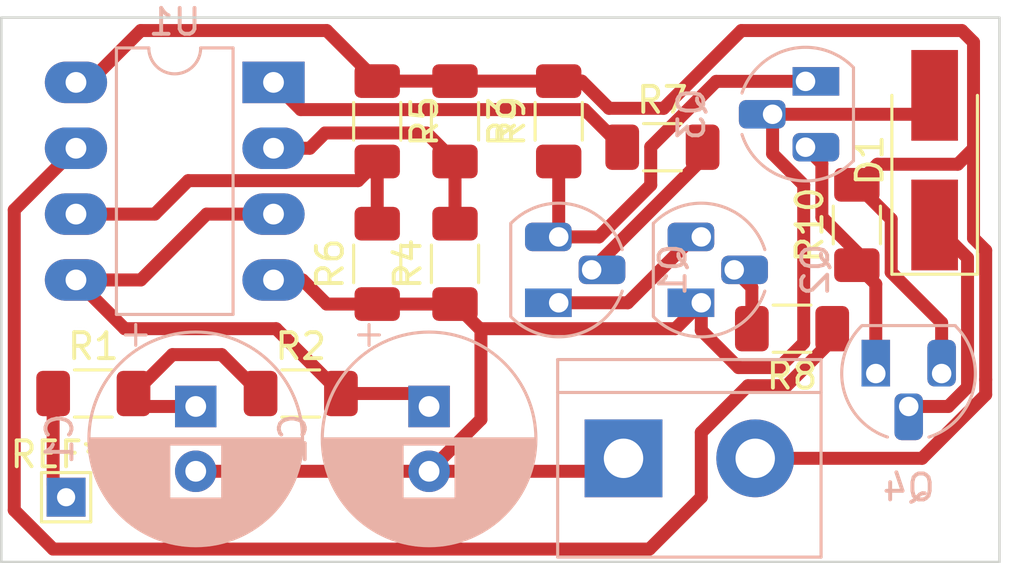
<source format=kicad_pcb>
(kicad_pcb (version 20211014) (generator pcbnew)
  (layers (0 "F.Cu" signal) (31 "B.Cu" signal) (34 "B.Paste" user) (35 "F.Paste" user) (36 "B.SilkS" user "B.Silkscreen") (37 "F.SilkS" user "F.Silkscreen") (38 "B.Mask" user) (39 "F.Mask" user) (44 "Edge.Cuts" user))
  (net 0 "")
  (net 1 "Net-(C1-Pad1)")
  (net 2 "RELAY_COIL2")
  (net 3 "SIG")
  (net 4 "RELAY_COIL1")
  (net 5 "Net-(Q1-Pad1)")
  (net 6 "Net-(Q1-Pad2)")
  (net 7 "Net-(Q1-Pad3)")
  (net 8 "Net-(Q2-Pad2)")
  (net 9 "VOUT")
  (net 10 "Vcc")
  (net 11 "Vin")
  (net 12 "Net-(R3-Pad2)")
  (net 13 "Net-(R5-Pad2)")
  (net 14 "COMP1")
  (net 15 "COMP2")
  (footprint "Resistor_SMD:R_1206_3216Metric_Pad1.30x1.75mm_HandSolder" (layer "F.Cu") (at 130.5 79.5 90)
    (fp_text reference "R6" (at 0 -1.82 90) (layer "F.SilkS"))
    (fp_text value "8.2k")
    (fp_line (start -0.727064 0.91) (end 0.727064 0.91) (layer "F.SilkS") (width 0.12))
    (fp_line (start -0.727064 -0.91) (end 0.727064 -0.91) (layer "F.SilkS") (width 0.12))
    (pad "1" smd roundrect (at -1.55 0 90) (size 1.3 1.75) (layers "F.Cu" "F.Paste" "F.Mask") (roundrect_rratio 0.1923076923) (net 2 "RELAY_COIL2"))
    (pad "2" smd roundrect (at 1.55 0 90) (size 1.3 1.75) (layers "F.Cu" "F.Paste" "F.Mask") (roundrect_rratio 0.1923076923) (net 13 "Net-(R5-Pad2)"))
  )
  (footprint "TestPoint:TestPoint_THTPad_1.5x1.5mm_Drill0.7mm" (layer "F.Cu") (at 118.5 88.5)
    (fp_text reference "REF**" (at 0 -1.648) (layer "F.SilkS"))
    (fp_text value "TestPoint_THTPad_1.5x1.5mm_Drill0.7mm" hide)
    (fp_line (start -0.95 0.95) (end -0.95 -0.95) (layer "F.SilkS") (width 0.12))
    (fp_line (start 0.95 0.95) (end -0.95 0.95) (layer "F.SilkS") (width 0.12))
    (fp_line (start -0.95 -0.95) (end 0.95 -0.95) (layer "F.SilkS") (width 0.12))
    (fp_line (start 0.95 -0.95) (end 0.95 0.95) (layer "F.SilkS") (width 0.12))
    (pad "1" thru_hole rect (at 0 0) (size 1.5 1.5) (drill 0.7) (layers *.Cu *.Mask) (net 11 "Vin"))
  )
  (footprint "Resistor_SMD:R_1206_3216Metric_Pad1.30x1.75mm_HandSolder" (layer "F.Cu") (at 127.55 84.5)
    (fp_text reference "R2" (at 0 -1.82) (layer "F.SilkS"))
    (fp_text value "100")
    (fp_line (start -0.727064 0.91) (end 0.727064 0.91) (layer "F.SilkS") (width 0.12))
    (fp_line (start -0.727064 -0.91) (end 0.727064 -0.91) (layer "F.SilkS") (width 0.12))
    (pad "1" smd roundrect (at -1.55 0) (size 1.3 1.75) (layers "F.Cu" "F.Paste" "F.Mask") (roundrect_rratio 0.1923076923) (net 1 "Net-(C1-Pad1)"))
    (pad "2" smd roundrect (at 1.55 0) (size 1.3 1.75) (layers "F.Cu" "F.Paste" "F.Mask") (roundrect_rratio 0.1923076923) (net 3 "SIG"))
  )
  (footprint "Resistor_SMD:R_1206_3216Metric_Pad1.30x1.75mm_HandSolder" (layer "F.Cu") (at 119.55 84.5)
    (fp_text reference "R1" (at 0 -1.82) (layer "F.SilkS"))
    (fp_text value "100")
    (fp_line (start -0.727064 0.91) (end 0.727064 0.91) (layer "F.SilkS") (width 0.12))
    (fp_line (start -0.727064 -0.91) (end 0.727064 -0.91) (layer "F.SilkS") (width 0.12))
    (pad "1" smd roundrect (at -1.55 0) (size 1.3 1.75) (layers "F.Cu" "F.Paste" "F.Mask") (roundrect_rratio 0.1923076923) (net 11 "Vin"))
    (pad "2" smd roundrect (at 1.55 0) (size 1.3 1.75) (layers "F.Cu" "F.Paste" "F.Mask") (roundrect_rratio 0.1923076923) (net 1 "Net-(C1-Pad1)"))
  )
  (footprint "Diode_SMD:D_SMA_Handsoldering" (layer "F.Cu") (at 152 75.5 90)
    (fp_text reference "D1" (at 0 -2.5 90) (layer "F.SilkS"))
    (fp_text value "1N914")
    (fp_line (start -4.4 -1.65) (end 2.5 -1.65) (layer "F.SilkS") (width 0.12))
    (fp_line (start -4.4 1.65) (end 2.5 1.65) (layer "F.SilkS") (width 0.12))
    (fp_line (start -4.4 -1.65) (end -4.4 1.65) (layer "F.SilkS") (width 0.12))
    (pad "1" smd rect (at -2.5 0 90) (size 3.5 1.8) (layers "F.Cu" "F.Paste" "F.Mask") (net 4 "RELAY_COIL1"))
    (pad "2" smd rect (at 2.5 0 90) (size 3.5 1.8) (layers "F.Cu" "F.Paste" "F.Mask") (net 2 "RELAY_COIL2"))
  )
  (footprint "Resistor_SMD:R_1206_3216Metric_Pad1.30x1.75mm_HandSolder" (layer "F.Cu") (at 133.5 79.5 90)
    (fp_text reference "R4" (at 0 -1.82 90) (layer "F.SilkS"))
    (fp_text value "6.8k")
    (fp_line (start -0.727064 0.91) (end 0.727064 0.91) (layer "F.SilkS") (width 0.12))
    (fp_line (start -0.727064 -0.91) (end 0.727064 -0.91) (layer "F.SilkS") (width 0.12))
    (pad "1" smd roundrect (at -1.55 0 90) (size 1.3 1.75) (layers "F.Cu" "F.Paste" "F.Mask") (roundrect_rratio 0.1923076923) (net 2 "RELAY_COIL2"))
    (pad "2" smd roundrect (at 1.55 0 90) (size 1.3 1.75) (layers "F.Cu" "F.Paste" "F.Mask") (roundrect_rratio 0.1923076923) (net 12 "Net-(R3-Pad2)"))
  )
  (footprint "Resistor_SMD:R_1206_3216Metric_Pad1.30x1.75mm_HandSolder" (layer "F.Cu") (at 141.5 75)
    (fp_text reference "R7" (at 0 -1.82) (layer "F.SilkS"))
    (fp_text value "10k")
    (fp_line (start -0.727064 -0.91) (end 0.727064 -0.91) (layer "F.SilkS") (width 0.12))
    (fp_line (start -0.727064 0.91) (end 0.727064 0.91) (layer "F.SilkS") (width 0.12))
    (pad "1" smd roundrect (at -1.55 0) (size 1.3 1.75) (layers "F.Cu" "F.Paste" "F.Mask") (roundrect_rratio 0.1923076923) (net 14 "COMP1"))
    (pad "2" smd roundrect (at 1.55 0) (size 1.3 1.75) (layers "F.Cu" "F.Paste" "F.Mask") (roundrect_rratio 0.1923076923) (net 6 "Net-(Q1-Pad2)"))
  )
  (footprint "Resistor_SMD:R_1206_3216Metric_Pad1.30x1.75mm_HandSolder" (layer "F.Cu") (at 133.5 74 -90)
    (fp_text reference "R3" (at 0 -1.82 90) (layer "F.SilkS"))
    (fp_text value "10k")
    (fp_line (start -0.727064 0.91) (end 0.727064 0.91) (layer "F.SilkS") (width 0.12))
    (fp_line (start -0.727064 -0.91) (end 0.727064 -0.91) (layer "F.SilkS") (width 0.12))
    (pad "1" smd roundrect (at -1.55 0 270) (size 1.3 1.75) (layers "F.Cu" "F.Paste" "F.Mask") (roundrect_rratio 0.1923076923) (net 10 "Vcc"))
    (pad "2" smd roundrect (at 1.55 0 270) (size 1.3 1.75) (layers "F.Cu" "F.Paste" "F.Mask") (roundrect_rratio 0.1923076923) (net 12 "Net-(R3-Pad2)"))
  )
  (footprint "Resistor_SMD:R_1206_3216Metric_Pad1.30x1.75mm_HandSolder" (layer "F.Cu") (at 137.5 74 90)
    (fp_text reference "R9" (at 0 -1.82 90) (layer "F.SilkS"))
    (fp_text value "10k")
    (fp_line (start -0.727064 -0.91) (end 0.727064 -0.91) (layer "F.SilkS") (width 0.12))
    (fp_line (start -0.727064 0.91) (end 0.727064 0.91) (layer "F.SilkS") (width 0.12))
    (pad "1" smd roundrect (at -1.55 0 90) (size 1.3 1.75) (layers "F.Cu" "F.Paste" "F.Mask") (roundrect_rratio 0.1923076923) (net 7 "Net-(Q1-Pad3)"))
    (pad "2" smd roundrect (at 1.55 0 90) (size 1.3 1.75) (layers "F.Cu" "F.Paste" "F.Mask") (roundrect_rratio 0.1923076923) (net 10 "Vcc"))
  )
  (footprint "Resistor_SMD:R_1206_3216Metric_Pad1.30x1.75mm_HandSolder" (layer "F.Cu") (at 149 78 90)
    (fp_text reference "R10" (at 0 -1.82 90) (layer "F.SilkS"))
    (fp_text value "10k")
    (fp_line (start -0.727064 -0.91) (end 0.727064 -0.91) (layer "F.SilkS") (width 0.12))
    (fp_line (start -0.727064 0.91) (end 0.727064 0.91) (layer "F.SilkS") (width 0.12))
    (pad "1" smd roundrect (at -1.55 0 90) (size 1.3 1.75) (layers "F.Cu" "F.Paste" "F.Mask") (roundrect_rratio 0.1923076923) (net 9 "VOUT"))
    (pad "2" smd roundrect (at 1.55 0 90) (size 1.3 1.75) (layers "F.Cu" "F.Paste" "F.Mask") (roundrect_rratio 0.1923076923) (net 10 "Vcc"))
  )
  (footprint "Resistor_SMD:R_1206_3216Metric_Pad1.30x1.75mm_HandSolder" (layer "F.Cu") (at 146.5 82 180)
    (fp_text reference "R8" (at 0 -1.82) (layer "F.SilkS"))
    (fp_text value "10k")
    (fp_line (start -0.727064 0.91) (end 0.727064 0.91) (layer "F.SilkS") (width 0.12))
    (fp_line (start -0.727064 -0.91) (end 0.727064 -0.91) (layer "F.SilkS") (width 0.12))
    (pad "1" smd roundrect (at -1.55 0 180) (size 1.3 1.75) (layers "F.Cu" "F.Paste" "F.Mask") (roundrect_rratio 0.1923076923) (net 15 "COMP2"))
    (pad "2" smd roundrect (at 1.55 0 180) (size 1.3 1.75) (layers "F.Cu" "F.Paste" "F.Mask") (roundrect_rratio 0.1923076923) (net 8 "Net-(Q2-Pad2)"))
  )
  (footprint "Resistor_SMD:R_1206_3216Metric_Pad1.30x1.75mm_HandSolder" (layer "F.Cu") (at 130.5 74 -90)
    (fp_text reference "R5" (at 0 -1.82 90) (layer "F.SilkS"))
    (fp_text value "4.7k")
    (fp_line (start -0.727064 0.91) (end 0.727064 0.91) (layer "F.SilkS") (width 0.12))
    (fp_line (start -0.727064 -0.91) (end 0.727064 -0.91) (layer "F.SilkS") (width 0.12))
    (pad "1" smd roundrect (at -1.55 0 270) (size 1.3 1.75) (layers "F.Cu" "F.Paste" "F.Mask") (roundrect_rratio 0.1923076923) (net 10 "Vcc"))
    (pad "2" smd roundrect (at 1.55 0 270) (size 1.3 1.75) (layers "F.Cu" "F.Paste" "F.Mask") (roundrect_rratio 0.1923076923) (net 13 "Net-(R5-Pad2)"))
  )
  (footprint "Package_DIP:DIP-8_W7.62mm_LongPads" (layer "B.Cu") (at 126.5 72.5 180)
    (fp_text reference "U1" (at 3.81 2.33) (layer "B.SilkS") (effects (justify mirror)))
    (fp_text value "LM358")
    (fp_line (start 2.81 1.33) (end 1.56 1.33) (layer "B.SilkS") (width 0.12))
    (fp_line (start 1.56 -8.95) (end 6.06 -8.95) (layer "B.SilkS") (width 0.12))
    (fp_line (start 1.56 1.33) (end 1.56 -8.95) (layer "B.SilkS") (width 0.12))
    (fp_line (start 6.06 -8.95) (end 6.06 1.33) (layer "B.SilkS") (width 0.12))
    (fp_line (start 6.06 1.33) (end 4.81 1.33) (layer "B.SilkS") (width 0.12))
    (fp_arc (start 2.81 1.33) (mid 3.81 0.33) (end 4.81 1.33) (layer "B.SilkS") (width 0.12))
    (pad "1" thru_hole rect (at 0 0 180) (size 2.4 1.6) (drill 0.8) (layers *.Cu *.Mask) (net 14 "COMP1"))
    (pad "2" thru_hole oval (at 0 -2.54 180) (size 2.4 1.6) (drill 0.8) (layers *.Cu *.Mask) (net 12 "Net-(R3-Pad2)"))
    (pad "3" thru_hole oval (at 0 -5.08 180) (size 2.4 1.6) (drill 0.8) (layers *.Cu *.Mask) (net 3 "SIG"))
    (pad "4" thru_hole oval (at 0 -7.62 180) (size 2.4 1.6) (drill 0.8) (layers *.Cu *.Mask) (net 2 "RELAY_COIL2"))
    (pad "5" thru_hole oval (at 7.62 -7.62 180) (size 2.4 1.6) (drill 0.8) (layers *.Cu *.Mask) (net 3 "SIG"))
    (pad "6" thru_hole oval (at 7.62 -5.08 180) (size 2.4 1.6) (drill 0.8) (layers *.Cu *.Mask) (net 13 "Net-(R5-Pad2)"))
    (pad "7" thru_hole oval (at 7.62 -2.54 180) (size 2.4 1.6) (drill 0.8) (layers *.Cu *.Mask) (net 15 "COMP2"))
    (pad "8" thru_hole oval (at 7.62 0 180) (size 2.4 1.6) (drill 0.8) (layers *.Cu *.Mask) (net 10 "Vcc"))
  )
  (footprint "Package_TO_SOT_THT:TO-92_HandSolder" (layer "B.Cu") (at 137.5 81 90)
    (fp_text reference "Q1" (at 1.27 4.4 90) (layer "B.SilkS") (effects (justify mirror)))
    (fp_text value "2N3904")
    (fp_line (start -0.53 -1.85) (end 3.07 -1.85) (layer "B.SilkS") (width 0.12))
    (fp_arc (start 3.078445 -1.827684) (mid 3.769931 0.601036) (end 2.05 2.45) (layer "B.SilkS") (width 0.12))
    (fp_arc (start 0.45 2.45) (mid -1.247231 0.581763) (end -0.541875 -1.841741) (layer "B.SilkS") (width 0.12))
    (pad "1" thru_hole rect (at 0 0 90) (size 1.1 1.8) (drill 0.75 (offset 0 -0.4)) (layers *.Cu *.Mask) (net 5 "Net-(Q1-Pad1)"))
    (pad "2" thru_hole roundrect (at 1.27 1.27 90) (size 1.1 1.8) (drill 0.75 (offset 0 0.4)) (layers *.Cu *.Mask) (net 6 "Net-(Q1-Pad2)"))
    (pad "3" thru_hole roundrect (at 2.54 0 90) (size 1.1 1.8) (drill 0.75 (offset 0 -0.4)) (layers *.Cu *.Mask) (net 7 "Net-(Q1-Pad3)"))
  )
  (footprint "TerminalBlock:TerminalBlock_bornier-2_P5.08mm" (layer "B.Cu") (at 140 87)
    (fp_text reference "REF**" hide)
    (fp_text value "TerminalBlock_bornier-2_P5.08mm" hide)
    (fp_line (start 7.62 -2.54) (end -2.54 -2.54) (layer "B.SilkS") (width 0.12))
    (fp_line (start 7.62 3.81) (end -2.54 3.81) (layer "B.SilkS") (width 0.12))
    (fp_line (start 7.62 -3.81) (end 7.62 3.81) (layer "B.SilkS") (width 0.12))
    (fp_line (start -2.54 -3.81) (end 7.62 -3.81) (layer "B.SilkS") (width 0.12))
    (fp_line (start -2.54 3.81) (end -2.54 -3.81) (layer "B.SilkS") (width 0.12))
    (pad "1" thru_hole rect (at 0 0) (size 3 3) (drill 1.52) (layers *.Cu *.Mask) (net 2 "RELAY_COIL2"))
    (pad "2" thru_hole circle (at 5.08 0) (size 3 3) (drill 1.52) (layers *.Cu *.Mask) (net 10 "Vcc"))
  )
  (footprint "Capacitor_THT:CP_Radial_D8.0mm_P2.50mm" (layer "B.Cu") (at 123.5 85 -90)
    (fp_text reference "C1" (at 1.25 5.25 90) (layer "B.SilkS") (effects (justify mirror)))
    (fp_text value "100uF")
    (fp_line (start -2.759698 2.715) (end -2.759698 1.915) (layer "B.SilkS") (width 0.12))
    (fp_line (start 1.49 4.074) (end 1.49 1.04) (layer "B.SilkS") (width 0.12))
    (fp_line (start 3.531 3.392) (end 3.531 1.04) (layer "B.SilkS") (width 0.12))
    (fp_line (start 1.57 4.068) (end 1.57 1.04) (layer "B.SilkS") (width 0.12))
    (fp_line (start 4.331 2.697) (end 4.331 -2.697) (layer "B.SilkS") (width 0.12))
    (fp_line (start 3.371 3.493) (end 3.371 1.04) (layer "B.SilkS") (width 0.12))
    (fp_line (start 1.77 4.048) (end 1.77 1.04) (layer "B.SilkS") (width 0.12))
    (fp_line (start 4.691 2.228) (end 4.691 -2.228) (layer "B.SilkS") (width 0.12))
    (fp_line (start 1.61 4.065) (end 1.61 1.04) (layer "B.SilkS") (width 0.12))
    (fp_line (start 1.49 -1.04) (end 1.49 -4.074) (layer "B.SilkS") (width 0.12))
    (fp_line (start 3.011 -1.04) (end 3.011 -3.686) (layer "B.SilkS") (width 0.12))
    (fp_line (start 2.771 -1.04) (end 2.771 -3.79) (layer "B.SilkS") (width 0.12))
    (fp_line (start 1.73 -1.04) (end 1.73 -4.052) (layer "B.SilkS") (width 0.12))
    (fp_line (start 3.371 -1.04) (end 3.371 -3.493) (layer "B.SilkS") (width 0.12))
    (fp_line (start 5.011 1.645) (end 5.011 -1.645) (layer "B.SilkS") (width 0.12))
    (fp_line (start 3.451 3.444) (end 3.451 1.04) (layer "B.SilkS") (width 0.12))
    (fp_line (start 3.251 3.562) (end 3.251 1.04) (layer "B.SilkS") (width 0.12))
    (fp_line (start 1.57 -1.04) (end 1.57 -4.068) (layer "B.SilkS") (width 0.12))
    (fp_line (start 4.851 1.964) (end 4.851 -1.964) (layer "B.SilkS") (width 0.12))
    (fp_line (start 5.331 0.533) (end 5.331 -0.533) (layer "B.SilkS") (width 0.12))
    (fp_line (start 2.491 -1.04) (end 2.491 -3.889) (layer "B.SilkS") (width 0.12))
    (fp_line (start 4.651 2.287) (end 4.651 -2.287) (layer "B.SilkS") (width 0.12))
    (fp_line (start 2.011 -1.04) (end 2.011 -4.01) (layer "B.SilkS") (width 0.12))
    (fp_line (start 2.731 3.805) (end 2.731 1.04) (layer "B.SilkS") (width 0.12))
    (fp_line (start 3.971 3.055) (end 3.971 -3.055) (layer "B.SilkS") (width 0.12))
    (fp_line (start 3.171 -1.04) (end 3.171 -3.606) (layer "B.SilkS") (width 0.12))
    (fp_line (start 1.89 -1.04) (end 1.89 -4.03) (layer "B.SilkS") (width 0.12))
    (fp_line (start 2.051 -1.04) (end 2.051 -4.002) (layer "B.SilkS") (width 0.12))
    (fp_line (start 2.091 -1.04) (end 2.091 -3.994) (layer "B.SilkS") (width 0.12))
    (fp_line (start 2.011 4.01) (end 2.011 1.04) (layer "B.SilkS") (width 0.12))
    (fp_line (start 3.131 3.627) (end 3.131 1.04) (layer "B.SilkS") (width 0.12))
    (fp_line (start 1.37 4.079) (end 1.37 -4.079) (layer "B.SilkS") (width 0.12))
    (fp_line (start 4.411 2.604) (end 4.411 -2.604) (layer "B.SilkS") (width 0.12))
    (fp_line (start 4.531 2.454) (end 4.531 -2.454) (layer "B.SilkS") (width 0.12))
    (fp_line (start 2.771 3.79) (end 2.771 1.04) (layer "B.SilkS") (width 0.12))
    (fp_line (start 3.531 -1.04) (end 3.531 -3.392) (layer "B.SilkS") (width 0.12))
    (fp_line (start 2.851 -1.04) (end 2.851 -3.757) (layer "B.SilkS") (width 0.12))
    (fp_line (start 3.051 3.666) (end 3.051 1.04) (layer "B.SilkS") (width 0.12))
    (fp_line (start 2.251 -1.04) (end 2.251 -3.957) (layer "B.SilkS") (width 0.12))
    (fp_line (start 1.85 4.037) (end 1.85 1.04) (layer "B.SilkS") (width 0.12))
    (fp_line (start 5.051 1.552) (end 5.051 -1.552) (layer "B.SilkS") (width 0.12))
    (fp_line (start 2.531 -1.04) (end 2.531 -3.877) (layer "B.SilkS") (width 0.12))
    (fp_line (start 4.811 2.034) (end 4.811 -2.034) (layer "B.SilkS") (width 0.12))
    (fp_line (start 2.051 4.002) (end 2.051 1.04) (layer "B.SilkS") (width 0.12))
    (fp_line (start 2.331 -1.04) (end 2.331 -3.936) (layer "B.SilkS") (width 0.12))
    (fp_line (start 2.211 3.967) (end 2.211 1.04) (layer "B.SilkS") (width 0.12))
    (fp_line (start 1.69 -1.04) (end 1.69 -4.057) (layer "B.SilkS") (width 0.12))
    (fp_line (start 2.451 3.902) (end 2.451 1.04) (layer "B.SilkS") (width 0.12))
    (fp_line (start 3.811 3.189) (end 3.811 -3.189) (layer "B.SilkS") (width 0.12))
    (fp_line (start 3.211 -1.04) (end 3.211 -3.584) (layer "B.SilkS") (width 0.12))
    (fp_line (start 1.77 -1.04) (end 1.77 -4.048) (layer "B.SilkS") (width 0.12))
    (fp_line (start 2.371 -1.04) (end 2.371 -3.925) (layer "B.SilkS") (width 0.12))
    (fp_line (start 3.411 -1.04) (end 3.411 -3.469) (layer "B.SilkS") (width 0.12))
    (fp_line (start 4.131 2.907) (end 4.131 -2.907) (layer "B.SilkS") (width 0.12))
    (fp_line (start 2.811 3.774) (end 2.811 1.04) (layer "B.SilkS") (width 0.12))
    (fp_line (start 4.291 2.741) (end 4.291 -2.741) (layer "B.SilkS") (width 0.12))
    (fp_line (start 4.931 1.813) (end 4.931 -1.813) (layer "B.SilkS") (width 0.12))
    (fp_line (start 1.81 4.042) (end 1.81 1.04) (layer "B.SilkS") (width 0.12))
    (fp_line (start 4.891 1.89) (end 4.891 -1.89) (layer "B.SilkS") (width 0.12))
    (fp_line (start 1.971 -1.04) (end 1.971 -4.017) (layer "B.SilkS") (width 0.12))
    (fp_line (start 3.331 3.517) (end 3.331 1.04) (layer "B.SilkS") (width 0.12))
    (fp_line (start 2.291 3.947) (end 2.291 1.04) (layer "B.SilkS") (width 0.12))
    (fp_line (start 1.53 -1.04) (end 1.53 -4.071) (layer "B.SilkS") (width 0.12))
    (fp_line (start 4.171 2.867) (end 4.171 -2.867) (layer "B.SilkS") (width 0.12))
    (fp_line (start 2.411 -1.04) (end 2.411 -3.914) (layer "B.SilkS") (width 0.12))
    (fp_line (start 3.091 3.647) (end 3.091 1.04) (layer "B.SilkS") (width 0.12))
    (fp_line (start 3.051 -1.04) (end 3.051 -3.666) (layer "B.SilkS") (width 0.12))
    (fp_line (start 2.571 3.863) (end 2.571 1.04) (layer "B.SilkS") (width 0.12))
    (fp_line (start 3.851 3.156) (end 3.851 -3.156) (layer "B.SilkS") (width 0.12))
    (fp_line (start 1.65 4.061) (end 1.65 1.04) (layer "B.SilkS") (width 0.12))
    (fp_line (start 2.891 3.74) (end 2.891 1.04) (layer "B.SilkS") (width 0.12))
    (fp_line (start 2.131 -1.04) (end 2.131 -3.985) (layer "B.SilkS") (width 0.12))
    (fp_line (start 3.571 3.365) (end 3.571 -3.365) (layer "B.SilkS") (width 0.12))
    (fp_line (start 1.89 4.03) (end 1.89 1.04) (layer "B.SilkS") (width 0.12))
    (fp_line (start 2.611 3.85) (end 2.611 1.04) (layer "B.SilkS") (width 0.12))
    (fp_line (start 1.81 -1.04) (end 1.81 -4.042) (layer "B.SilkS") (width 0.12))
    (fp_line (start 4.491 2.505) (end 4.491 -2.505) (layer "B.SilkS") (width 0.12))
    (fp_line (start 3.291 3.54) (end 3.291 1.04) (layer "B.SilkS") (width 0.12))
    (fp_line (start 3.731 3.25) (end 3.731 -3.25) (layer "B.SilkS") (width 0.12))
    (fp_line (start 4.971 1.731) (end 4.971 -1.731) (layer "B.SilkS") (width 0.12))
    (fp_line (start 1.29 4.08) (end 1.29 -4.08) (layer "B.SilkS") (width 0.12))
    (fp_line (start 5.211 1.098) (end 5.211 -1.098) (layer "B.SilkS") (width 0.12))
    (fp_line (start 2.491 3.889) (end 2.491 1.04) (layer "B.SilkS") (width 0.12))
    (fp_line (start 5.171 1.229) (end 5.171 -1.229) (layer "B.SilkS") (width 0.12))
    (fp_line (start 3.691 3.28) (end 3.691 -3.28) (layer "B.SilkS") (width 0.12))
    (fp_line (start 4.251 2.784) (end 4.251 -2.784) (layer "B.SilkS") (width 0.12))
    (fp_line (start 3.451 -1.04) (end 3.451 -3.444) (layer "B.SilkS") (width 0.12))
    (fp_line (start 4.091 2.945) (end 4.091 -2.945) (layer "B.SilkS") (width 0.12))
    (fp_line (start 1.65 -1.04) (end 1.65 -4.061) (layer "B.SilkS") (width 0.12))
    (fp_line (start 4.451 2.556) (end 4.451 -2.556) (layer "B.SilkS") (width 0.12))
    (fp_line (start 3.331 -1.04) (end 3.331 -3.517) (layer "B.SilkS") (width 0.12))
    (fp_line (start 1.93 4.024) (end 1.93 1.04) (layer "B.SilkS") (width 0.12))
    (fp_line (start 4.571 2.4) (end 4.571 -2.4) (layer "B.SilkS") (width 0.12))
    (fp_line (start 2.971 3.704) (end 2.971 1.04) (layer "B.SilkS") (width 0.12))
    (fp_line (start 2.811 -1.04) (end 2.811 -3.774) (layer "B.SilkS") (width 0.12))
    (fp_line (start 4.011 3.019) (end 4.011 -3.019) (layer "B.SilkS") (width 0.12))
    (fp_line (start 1.73 4.052) (end 1.73 1.04) (layer "B.SilkS") (width 0.12))
    (fp_line (start 3.771 3.22) (end 3.771 -3.22) (layer "B.SilkS") (width 0.12))
    (fp_line (start 3.491 3.418) (end 3.491 1.04) (layer "B.SilkS") (width 0.12))
    (fp_line (start 2.571 -1.04) (end 2.571 -3.863) (layer "B.SilkS") (width 0.12))
    (fp_line (start 4.771 2.102) (end 4.771 -2.102) (layer "B.SilkS") (width 0.12))
    (fp_line (start 5.131 1.346) (end 5.131 -1.346) (layer "B.SilkS") (width 0.12))
    (fp_line (start 3.491 -1.04) (end 3.491 -3.418) (layer "B.SilkS") (width 0.12))
    (fp_line (start 2.691 -1.04) (end 2.691 -3.821) (layer "B.SilkS") (width 0.12))
    (fp_line (start 4.051 2.983) (end 4.051 -2.983) (layer "B.SilkS") (width 0.12))
    (fp_line (start 5.091 1.453) (end 5.091 -1.453) (layer "B.SilkS") (width 0.12))
    (fp_line (start 2.291 -1.04) (end 2.291 -3.947) (layer "B.SilkS") (width 0.12))
    (fp_line (start 2.931 3.722) (end 2.931 1.04) (layer "B.SilkS") (width 0.12))
    (fp_line (start 2.131 3.985) (end 2.131 1.04) (layer "B.SilkS") (width 0.12))
    (fp_line (start 1.85 -1.04) (end 1.85 -4.037) (layer "B.SilkS") (width 0.12))
    (fp_line (start 3.611 3.338) (end 3.611 -3.338) (layer "B.SilkS") (width 0.12))
    (fp_line (start 2.411 3.914) (end 2.411 1.04) (layer "B.SilkS") (width 0.12))
    (fp_line (start 3.211 3.584) (end 3.211 1.04) (layer "B.SilkS") (width 0.12))
    (fp_line (start 5.291 0.768) (end 5.291 -0.768) (layer "B.SilkS") (width 0.12))
    (fp_line (start -3.159698 2.315) (end -2.359698 2.315) (layer "B.SilkS") (width 0.12))
    (fp_line (start 2.211 -1.04) (end 2.211 -3.967) (layer "B.SilkS") (width 0.12))
    (fp_line (start 3.651 3.309) (end 3.651 -3.309) (layer "B.SilkS") (width 0.12))
    (fp_line (start 1.25 4.08) (end 1.25 -4.08) (layer "B.SilkS") (width 0.12))
    (fp_line (start 2.651 3.835) (end 2.651 1.04) (layer "B.SilkS") (width 0.12))
    (fp_line (start 2.451 -1.04) (end 2.451 -3.902) (layer "B.SilkS") (width 0.12))
    (fp_line (start 1.33 4.08) (end 1.33 -4.08) (layer "B.SilkS") (width 0.12))
    (fp_line (start 2.531 3.877) (end 2.531 1.04) (layer "B.SilkS") (width 0.12))
    (fp_line (start 2.931 -1.04) (end 2.931 -3.722) (layer "B.SilkS") (width 0.12))
    (fp_line (start 1.41 4.077) (end 1.41 -4.077) (layer "B.SilkS") (width 0.12))
    (fp_line (start 2.171 3.976) (end 2.171 1.04) (layer "B.SilkS") (width 0.12))
    (fp_line (start 3.091 -1.04) (end 3.091 -3.647) (layer "B.SilkS") (width 0.12))
    (fp_line (start 1.45 4.076) (end 1.45 -4.076) (layer "B.SilkS") (width 0.12))
    (fp_line (start 2.691 3.821) (end 2.691 1.04) (layer "B.SilkS") (width 0.12))
    (fp_line (start 1.53 4.071) (end 1.53 1.04) (layer "B.SilkS") (width 0.12))
    (fp_line (start 4.371 2.651) (end 4.371 -2.651) (layer "B.SilkS") (width 0.12))
    (fp_line (start 1.69 4.057) (end 1.69 1.04) (layer "B.SilkS") (width 0.12))
    (fp_line (start 2.851 3.757) (end 2.851 1.04) (layer "B.SilkS") (width 0.12))
    (fp_line (start 2.731 -1.04) (end 2.731 -3.805) (layer "B.SilkS") (width 0.12))
    (fp_line (start 3.411 3.469) (end 3.411 1.04) (layer "B.SilkS") (width 0.12))
    (fp_line (start 3.291 -1.04) (end 3.291 -3.54) (layer "B.SilkS") (width 0.12))
    (fp_line (start 3.171 3.606) (end 3.171 1.04) (layer "B.SilkS") (width 0.12))
    (fp_line (start 3.891 3.124) (end 3.891 -3.124) (layer "B.SilkS") (width 0.12))
    (fp_line (start 5.251 0.948) (end 5.251 -0.948) (layer "B.SilkS") (width 0.12))
    (fp_line (start 3.131 -1.04) (end 3.131 -3.627) (layer "B.SilkS") (width 0.12))
    (fp_line (start 2.331 3.936) (end 2.331 1.04) (layer "B.SilkS") (width 0.12))
    (fp_line (start 2.971 -1.04) (end 2.971 -3.704) (layer "B.SilkS") (width 0.12))
    (fp_line (start 3.011 3.686) (end 3.011 1.04) (layer "B.SilkS") (width 0.12))
    (fp_line (start 1.93 -1.04) (end 1.93 -4.024) (layer "B.SilkS") (width 0.12))
    (fp_line (start 4.211 2.826) (end 4.211 -2.826) (layer "B.SilkS") (width 0.12))
    (fp_line (start 1.971 4.017) (end 1.971 1.04) (layer "B.SilkS") (width 0.12))
    (fp_line (start 2.091 3.994) (end 2.091 1.04) (layer "B.SilkS") (width 0.12))
    (fp_line (start 4.731 2.166) (end 4.731 -2.166) (layer "B.SilkS") (width 0.12))
    (fp_line (start 3.931 3.09) (end 3.931 -3.09) (layer "B.SilkS") (width 0.12))
    (fp_line (start 4.611 2.345) (end 4.611 -2.345) (layer "B.SilkS") (width 0.12))
    (fp_line (start 2.651 -1.04) (end 2.651 -3.835) (layer "B.SilkS") (width 0.12))
    (fp_line (start 2.371 3.925) (end 2.371 1.04) (layer "B.SilkS") (width 0.12))
    (fp_line (start 2.891 -1.04) (end 2.891 -3.74) (layer "B.SilkS") (width 0.12))
    (fp_line (start 2.171 -1.04) (end 2.171 -3.976) (layer "B.SilkS") (width 0.12))
    (fp_line (start 2.611 -1.04) (end 2.611 -3.85) (layer "B.SilkS") (width 0.12))
    (fp_line (start 1.61 -1.04) (end 1.61 -4.065) (layer "B.SilkS") (width 0.12))
    (fp_line (start 2.251 3.957) (end 2.251 1.04) (layer "B.SilkS") (width 0.12))
    (fp_line (start 3.251 -1.04) (end 3.251 -3.562) (layer "B.SilkS") (width 0.12))
    (fp_circle (center 1.25 0) (end 5.37 0) (layer "B.SilkS") (width 0.12) (fill none))
    (pad "1" thru_hole rect (at 0 0 270) (size 1.6 1.6) (drill 0.8) (layers *.Cu *.Mask) (net 1 "Net-(C1-Pad1)"))
    (pad "2" thru_hole circle (at 2.5 0 270) (size 1.6 1.6) (drill 0.8) (layers *.Cu *.Mask) (net 2 "RELAY_COIL2"))
  )
  (footprint "Package_TO_SOT_THT:TO-92_HandSolder" (layer "B.Cu") (at 149.73 83.73)
    (fp_text reference "Q4" (at 1.27 4.4) (layer "B.SilkS") (effects (justify mirror)))
    (fp_text value "2N7002")
    (fp_line (start -0.53 -1.85) (end 3.07 -1.85) (layer "B.SilkS") (width 0.12))
    (fp_arc (start 0.45 2.45) (mid -1.247231 0.581763) (end -0.541875 -1.841741) (layer "B.SilkS") (width 0.12))
    (fp_arc (start 3.078445 -1.827684) (mid 3.769931 0.601036) (end 2.05 2.45) (layer "B.SilkS") (width 0.12))
    (pad "1" thru_hole rect (at 0 0) (size 1.1 1.8) (drill 0.75 (offset 0 -0.4)) (layers *.Cu *.Mask) (net 9 "VOUT"))
    (pad "2" thru_hole roundrect (at 1.27 1.27) (size 1.1 1.8) (drill 0.75 (offset 0 0.4)) (layers *.Cu *.Mask) (net 4 "RELAY_COIL1"))
    (pad "3" thru_hole roundrect (at 2.54 0) (size 1.1 1.8) (drill 0.75 (offset 0 -0.4)) (layers *.Cu *.Mask) (net 10 "Vcc"))
  )
  (footprint "Capacitor_THT:CP_Radial_D8.0mm_P2.50mm" (layer "B.Cu") (at 132.5 85 -90)
    (fp_text reference "C2" (at 1.25 5.25 90) (layer "B.SilkS") (effects (justify mirror)))
    (fp_text value "100uF")
    (fp_line (start 2.171 3.976) (end 2.171 1.04) (layer "B.SilkS") (width 0.12))
    (fp_line (start 1.61 4.065) (end 1.61 1.04) (layer "B.SilkS") (width 0.12))
    (fp_line (start 2.931 -1.04) (end 2.931 -3.722) (layer "B.SilkS") (width 0.12))
    (fp_line (start 3.851 3.156) (end 3.851 -3.156) (layer "B.SilkS") (width 0.12))
    (fp_line (start 2.411 -1.04) (end 2.411 -3.914) (layer "B.SilkS") (width 0.12))
    (fp_line (start 1.57 -1.04) (end 1.57 -4.068) (layer "B.SilkS") (width 0.12))
    (fp_line (start 2.611 3.85) (end 2.611 1.04) (layer "B.SilkS") (width 0.12))
    (fp_line (start 2.091 3.994) (end 2.091 1.04) (layer "B.SilkS") (width 0.12))
    (fp_line (start 3.331 -1.04) (end 3.331 -3.517) (layer "B.SilkS") (width 0.12))
    (fp_line (start 1.85 4.037) (end 1.85 1.04) (layer "B.SilkS") (width 0.12))
    (fp_line (start 1.85 -1.04) (end 1.85 -4.037) (layer "B.SilkS") (width 0.12))
    (fp_line (start 4.091 2.945) (end 4.091 -2.945) (layer "B.SilkS") (width 0.12))
    (fp_line (start 2.051 4.002) (end 2.051 1.04) (layer "B.SilkS") (width 0.12))
    (fp_line (start 4.891 1.89) (end 4.891 -1.89) (layer "B.SilkS") (width 0.12))
    (fp_line (start 2.971 -1.04) (end 2.971 -3.704) (layer "B.SilkS") (width 0.12))
    (fp_line (start 1.57 4.068) (end 1.57 1.04) (layer "B.SilkS") (width 0.12))
    (fp_line (start 1.37 4.079) (end 1.37 -4.079) (layer "B.SilkS") (width 0.12))
    (fp_line (start 2.731 3.805) (end 2.731 1.04) (layer "B.SilkS") (width 0.12))
    (fp_line (start 4.811 2.034) (end 4.811 -2.034) (layer "B.SilkS") (width 0.12))
    (fp_line (start 2.331 -1.04) (end 2.331 -3.936) (layer "B.SilkS") (width 0.12))
    (fp_line (start 2.491 3.889) (end 2.491 1.04) (layer "B.SilkS") (width 0.12))
    (fp_line (start 3.131 3.627) (end 3.131 1.04) (layer "B.SilkS") (width 0.12))
    (fp_line (start 4.251 2.784) (end 4.251 -2.784) (layer "B.SilkS") (width 0.12))
    (fp_line (start 3.491 3.418) (end 3.491 1.04) (layer "B.SilkS") (width 0.12))
    (fp_line (start 2.051 -1.04) (end 2.051 -4.002) (layer "B.SilkS") (width 0.12))
    (fp_line (start 1.73 4.052) (end 1.73 1.04) (layer "B.SilkS") (width 0.12))
    (fp_line (start 2.811 -1.04) (end 2.811 -3.774) (layer "B.SilkS") (width 0.12))
    (fp_line (start 4.171 2.867) (end 4.171 -2.867) (layer "B.SilkS") (width 0.12))
    (fp_line (start 3.211 3.584) (end 3.211 1.04) (layer "B.SilkS") (width 0.12))
    (fp_line (start 2.931 3.722) (end 2.931 1.04) (layer "B.SilkS") (width 0.12))
    (fp_line (start 1.89 -1.04) (end 1.89 -4.03) (layer "B.SilkS") (width 0.12))
    (fp_line (start 1.93 -1.04) (end 1.93 -4.024) (layer "B.SilkS") (width 0.12))
    (fp_line (start 3.771 3.22) (end 3.771 -3.22) (layer "B.SilkS") (width 0.12))
    (fp_line (start 4.331 2.697) (end 4.331 -2.697) (layer "B.SilkS") (width 0.12))
    (fp_line (start 3.291 -1.04) (end 3.291 -3.54) (layer "B.SilkS") (width 0.12))
    (fp_line (start 1.69 -1.04) (end 1.69 -4.057) (layer "B.SilkS") (width 0.12))
    (fp_line (start 3.651 3.309) (end 3.651 -3.309) (layer "B.SilkS") (width 0.12))
    (fp_line (start 4.971 1.731) (end 4.971 -1.731) (layer "B.SilkS") (width 0.12))
    (fp_line (start 2.211 3.967) (end 2.211 1.04) (layer "B.SilkS") (width 0.12))
    (fp_line (start 1.33 4.08) (end 1.33 -4.08) (layer "B.SilkS") (width 0.12))
    (fp_line (start 3.131 -1.04) (end 3.131 -3.627) (layer "B.SilkS") (width 0.12))
    (fp_line (start 4.411 2.604) (end 4.411 -2.604) (layer "B.SilkS") (width 0.12))
    (fp_line (start 2.851 -1.04) (end 2.851 -3.757) (layer "B.SilkS") (width 0.12))
    (fp_line (start 3.571 3.365) (end 3.571 -3.365) (layer "B.SilkS") (width 0.12))
    (fp_line (start 2.251 -1.04) (end 2.251 -3.957) (layer "B.SilkS") (width 0.12))
    (fp_line (start 1.81 4.042) (end 1.81 1.04) (layer "B.SilkS") (width 0.12))
    (fp_line (start 5.091 1.453) (end 5.091 -1.453) (layer "B.SilkS") (width 0.12))
    (fp_line (start 3.971 3.055) (end 3.971 -3.055) (layer "B.SilkS") (width 0.12))
    (fp_line (start 3.051 3.666) (end 3.051 1.04) (layer "B.SilkS") (width 0.12))
    (fp_line (start 2.411 3.914) (end 2.411 1.04) (layer "B.SilkS") (width 0.12))
    (fp_line (start 2.451 -1.04) (end 2.451 -3.902) (layer "B.SilkS") (width 0.12))
    (fp_line (start 3.611 3.338) (end 3.611 -3.338) (layer "B.SilkS") (width 0.12))
    (fp_line (start 5.291 0.768) (end 5.291 -0.768) (layer "B.SilkS") (width 0.12))
    (fp_line (start 1.69 4.057) (end 1.69 1.04) (layer "B.SilkS") (width 0.12))
    (fp_line (start 3.491 -1.04) (end 3.491 -3.418) (layer "B.SilkS") (width 0.12))
    (fp_line (start 4.531 2.454) (end 4.531 -2.454) (layer "B.SilkS") (width 0.12))
    (fp_line (start 2.571 -1.04) (end 2.571 -3.863) (layer "B.SilkS") (width 0.12))
    (fp_line (start 3.331 3.517) (end 3.331 1.04) (layer "B.SilkS") (width 0.12))
    (fp_line (start 5.171 1.229) (end 5.171 -1.229) (layer "B.SilkS") (width 0.12))
    (fp_line (start 2.211 -1.04) (end 2.211 -3.967) (layer "B.SilkS") (width 0.12))
    (fp_line (start 2.651 3.835) (end 2.651 1.04) (layer "B.SilkS") (width 0.12))
    (fp_line (start 4.771 2.102) (end 4.771 -2.102) (layer "B.SilkS") (width 0.12))
    (fp_line (start 4.691 2.228) (end 4.691 -2.228) (layer "B.SilkS") (width 0.12))
    (fp_line (start 3.411 3.469) (end 3.411 1.04) (layer "B.SilkS") (width 0.12))
    (fp_line (start 3.011 3.686) (end 3.011 1.04) (layer "B.SilkS") (width 0.12))
    (fp_line (start 2.891 -1.04) (end 2.891 -3.74) (layer "B.SilkS") (width 0.12))
    (fp_line (start 1.73 -1.04) (end 1.73 -4.052) (layer "B.SilkS") (width 0.12))
    (fp_line (start 5.251 0.948) (end 5.251 -0.948) (layer "B.SilkS") (width 0.12))
    (fp_line (start 5.131 1.346) (end 5.131 -1.346) (layer "B.SilkS") (width 0.12))
    (fp_line (start 3.251 -1.04) (end 3.251 -3.562) (layer "B.SilkS") (width 0.12))
    (fp_line (start 2.691 3.821) (end 2.691 1.04) (layer "B.SilkS") (width 0.12))
    (fp_line (start 5.211 1.098) (end 5.211 -1.098) (layer "B.SilkS") (width 0.12))
    (fp_line (start 2.771 -1.04) (end 2.771 -3.79) (layer "B.SilkS") (width 0.12))
    (fp_line (start 1.77 4.048) (end 1.77 1.04) (layer "B.SilkS") (width 0.12))
    (fp_line (start 2.891 3.74) (end 2.891 1.04) (layer "B.SilkS") (width 0.12))
    (fp_line (start 2.331 3.936) (end 2.331 1.04) (layer "B.SilkS") (width 0.12))
    (fp_line (start 1.65 -1.04) (end 1.65 -4.061) (layer "B.SilkS") (width 0.12))
    (fp_line (start 4.291 2.741) (end 4.291 -2.741) (layer "B.SilkS") (width 0.12))
    (fp_line (start 4.491 2.505) (end 4.491 -2.505) (layer "B.SilkS") (width 0.12))
    (fp_line (start 1.89 4.03) (end 1.89 1.04) (layer "B.SilkS") (width 0.12))
    (fp_line (start 4.931 1.813) (end 4.931 -1.813) (layer "B.SilkS") (width 0.12))
    (fp_line (start 2.171 -1.04) (end 2.171 -3.976) (layer "B.SilkS") (width 0.12))
    (fp_line (start 4.731 2.166) (end 4.731 -2.166) (layer "B.SilkS") (width 0.12))
    (fp_line (start 2.571 3.863) (end 2.571 1.04) (layer "B.SilkS") (width 0.12))
    (fp_line (start 3.891 3.124) (end 3.891 -3.124) (layer "B.SilkS") (width 0.12))
    (fp_line (start 2.131 -1.04) (end 2.131 -3.985) (layer "B.SilkS") (width 0.12))
    (fp_line (start 1.25 4.08) (end 1.25 -4.08) (layer "B.SilkS") (width 0.12))
    (fp_line (start 4.571 2.4) (end 4.571 -2.4) (layer "B.SilkS") (width 0.12))
    (fp_line (start 1.61 -1.04) (end 1.61 -4.065) (layer "B.SilkS") (width 0.12))
    (fp_line (start 2.371 3.925) (end 2.371 1.04) (layer "B.SilkS") (width 0.12))
    (fp_line (start 2.611 -1.04) (end 2.611 -3.85) (layer "B.SilkS") (width 0.12))
    (fp_line (start 4.011 3.019) (end 4.011 -3.019) (layer "B.SilkS") (width 0.12))
    (fp_line (start -2.759698 2.715) (end -2.759698 1.915) (layer "B.SilkS") (width 0.12))
    (fp_line (start 3.531 -1.04) (end 3.531 -3.392) (layer "B.SilkS") (width 0.12))
    (fp_line (start 3.091 3.647) (end 3.091 1.04) (layer "B.SilkS") (width 0.12))
    (fp_line (start 3.051 -1.04) (end 3.051 -3.666) (layer "B.SilkS") (width 0.12))
    (fp_line (start 5.051 1.552) (end 5.051 -1.552) (layer "B.SilkS") (width 0.12))
    (fp_line (start 1.41 4.077) (end 1.41 -4.077) (layer "B.SilkS") (width 0.12))
    (fp_line (start 5.331 0.533) (end 5.331 -0.533) (layer "B.SilkS") (width 0.12))
    (fp_line (start 3.371 3.493) (end 3.371 1.04) (layer "B.SilkS") (width 0.12))
    (fp_line (start 3.731 3.25) (end 3.731 -3.25) (layer "B.SilkS") (width 0.12))
    (fp_line (start 1.77 -1.04) (end 1.77 -4.048) (layer "B.SilkS") (width 0.12))
    (fp_line (start 1.93 4.024) (end 1.93 1.04) (layer "B.SilkS") (width 0.12))
    (fp_line (start 2.371 -1.04) (end 2.371 -3.925) (layer "B.SilkS") (width 0.12))
    (fp_line (start 3.451 -1.04) (end 3.451 -3.444) (layer "B.SilkS") (width 0.12))
    (fp_line (start 4.211 2.826) (end 4.211 -2.826) (layer "B.SilkS") (width 0.12))
    (fp_line (start 2.011 -1.04) (end 2.011 -4.01) (layer "B.SilkS") (width 0.12))
    (fp_line (start 5.011 1.645) (end 5.011 -1.645) (layer "B.SilkS") (width 0.12))
    (fp_line (start 3.011 -1.04) (end 3.011 -3.686) (layer "B.SilkS") (width 0.12))
    (fp_line (start 2.491 -1.04) (end 2.491 -3.889) (layer "B.SilkS") (width 0.12))
    (fp_line (start 1.53 -1.04) (end 1.53 -4.071) (layer "B.SilkS") (width 0.12))
    (fp_line (start 1.45 4.076) (end 1.45 -4.076) (layer "B.SilkS") (width 0.12))
    (fp_line (start 4.051 2.983) (end 4.051 -2.983) (layer "B.SilkS") (width 0.12))
    (fp_line (start 3.171 -1.04) (end 3.171 -3.606) (layer "B.SilkS") (width 0.12))
    (fp_line (start 1.65 4.061) (end 1.65 1.04) (layer "B.SilkS") (width 0.12))
    (fp_line (start 3.091 -1.04) (end 3.091 -3.647) (layer "B.SilkS") (width 0.12))
    (fp_line (start 2.971 3.704) (end 2.971 1.04) (layer "B.SilkS") (width 0.12))
    (fp_line (start 3.931 3.09) (end 3.931 -3.09) (layer "B.SilkS") (width 0.12))
    (fp_line (start 2.131 3.985) (end 2.131 1.04) (layer "B.SilkS") (width 0.12))
    (fp_line (start 2.771 3.79) (end 2.771 1.04) (layer "B.SilkS") (width 0.12))
    (fp_line (start 2.651 -1.04) (end 2.651 -3.835) (layer "B.SilkS") (width 0.12))
    (fp_line (start 3.171 3.606) (end 3.171 1.04) (layer "B.SilkS") (width 0.12))
    (fp_line (start 1.971 4.017) (end 1.971 1.04) (layer "B.SilkS") (width 0.12))
    (fp_line (start 2.291 -1.04) (end 2.291 -3.947) (layer "B.SilkS") (width 0.12))
    (fp_line (start 4.851 1.964) (end 4.851 -1.964) (layer "B.SilkS") (width 0.12))
    (fp_line (start 2.531 -1.04) (end 2.531 -3.877) (layer "B.SilkS") (width 0.12))
    (fp_line (start -3.159698 2.315) (end -2.359698 2.315) (layer "B.SilkS") (width 0.12))
    (fp_line (start 1.29 4.08) (end 1.29 -4.08) (layer "B.SilkS") (width 0.12))
    (fp_line (start 1.49 -1.04) (end 1.49 -4.074) (layer "B.SilkS") (width 0.12))
    (fp_line (start 3.811 3.189) (end 3.811 -3.189) (layer "B.SilkS") (width 0.12))
    (fp_line (start 3.291 3.54) (end 3.291 1.04) (layer "B.SilkS") (width 0.12))
    (fp_line (start 3.691 3.28) (end 3.691 -3.28) (layer "B.SilkS") (width 0.12))
    (fp_line (start 2.731 -1.04) (end 2.731 -3.805) (layer "B.SilkS") (width 0.12))
    (fp_line (start 2.851 3.757) (end 2.851 1.04) (layer "B.SilkS") (width 0.12))
    (fp_line (start 4.131 2.907) (end 4.131 -2.907) (layer "B.SilkS") (width 0.12))
    (fp_line (start 3.211 -1.04) (end 3.211 -3.584) (layer "B.SilkS") (width 0.12))
    (fp_line (start 3.451 3.444) (end 3.451 1.04) (layer "B.SilkS") (width 0.12))
    (fp_line (start 1.53 4.071) (end 1.53 1.04) (layer "B.SilkS") (width 0.12))
    (fp_line (start 3.371 -1.04) (end 3.371 -3.493) (layer "B.SilkS") (width 0.12))
    (fp_line (start 2.811 3.774) (end 2.811 1.04) (layer "B.SilkS") (width 0.12))
    (fp_line (start 2.251 3.957) (end 2.251 1.04) (layer "B.SilkS") (width 0.12))
    (fp_line (start 4.451 2.556) (end 4.451 -2.556) (layer "B.SilkS") (width 0.12))
    (fp_line (start 2.531 3.877) (end 2.531 1.04) (layer "B.SilkS") (width 0.12))
    (fp_line (start 3.251 3.562) (end 3.251 1.04) (layer "B.SilkS") (width 0.12))
    (fp_line (start 2.011 4.01) (end 2.011 1.04) (layer "B.SilkS") (width 0.12))
    (fp_line (start 1.971 -1.04) (end 1.971 -4.017) (layer "B.SilkS") (width 0.12))
    (fp_line (start 2.691 -1.04) (end 2.691 -3.821) (layer "B.SilkS") (width 0.12))
    (fp_line (start 3.531 3.392) (end 3.531 1.04) (layer "B.SilkS") (width 0.12))
    (fp_line (start 2.451 3.902) (end 2.451 1.04) (layer "B.SilkS") (width 0.12))
    (fp_line (start 3.411 -1.04) (end 3.411 -3.469) (layer "B.SilkS") (width 0.12))
    (fp_line (start 4.651 2.287) (end 4.651 -2.287) (layer "B.SilkS") (width 0.12))
    (fp_line (start 1.81 -1.04) (end 1.81 -4.042) (layer "B.SilkS") (width 0.12))
    (fp_line (start 2.091 -1.04) (end 2.091 -3.994) (layer "B.SilkS") (width 0.12))
    (fp_line (start 4.611 2.345) (end 4.611 -2.345) (layer "B.SilkS") (width 0.12))
    (fp_line (start 4.371 2.651) (end 4.371 -2.651) (layer "B.SilkS") (width 0.12))
    (fp_line (start 2.291 3.947) (end 2.291 1.04) (layer "B.SilkS") (width 0.12))
    (fp_line (start 1.49 4.074) (end 1.49 1.04) (layer "B.SilkS") (width 0.12))
    (fp_circle (center 1.25 0) (end 5.37 0) (layer "B.SilkS") (width 0.12) (fill none))
    (pad "1" thru_hole rect (at 0 0 270) (size 1.6 1.6) (drill 0.8) (layers *.Cu *.Mask) (net 3 "SIG"))
    (pad "2" thru_hole circle (at 2.5 0 270) (size 1.6 1.6) (drill 0.8) (layers *.Cu *.Mask) (net 2 "RELAY_COIL2"))
  )
  (footprint "Package_TO_SOT_THT:TO-92_HandSolder" (layer "B.Cu") (at 143 81 90)
    (fp_text reference "Q2" (at 1.27 4.4 90) (layer "B.SilkS") (effects (justify mirror)))
    (fp_text value "2N3904")
    (fp_line (start -0.53 -1.85) (end 3.07 -1.85) (layer "B.SilkS") (width 0.12))
    (fp_arc (start 3.078445 -1.827684) (mid 3.769931 0.601036) (end 2.05 2.45) (layer "B.SilkS") (width 0.12))
    (fp_arc (start 0.45 2.45) (mid -1.247231 0.581763) (end -0.541875 -1.841741) (layer "B.SilkS") (width 0.12))
    (pad "1" thru_hole rect (at 0 0 90) (size 1.1 1.8) (drill 0.75 (offset 0 -0.4)) (layers *.Cu *.Mask) (net 2 "RELAY_COIL2"))
    (pad "2" thru_hole roundrect (at 1.27 1.27 90) (size 1.1 1.8) (drill 0.75 (offset 0 0.4)) (layers *.Cu *.Mask) (net 8 "Net-(Q2-Pad2)"))
    (pad "3" thru_hole roundrect (at 2.54 0 90) (size 1.1 1.8) (drill 0.75 (offset 0 -0.4)) (layers *.Cu *.Mask) (net 5 "Net-(Q1-Pad1)"))
  )
  (footprint "Package_TO_SOT_THT:TO-92_HandSolder" (layer "B.Cu") (at 147.02 72.46 -90)
    (fp_text reference "Q3" (at 1.27 4.4 90) (layer "B.SilkS") (effects (justify mirror)))
    (fp_text value "2N7002")
    (fp_line (start -0.53 -1.85) (end 3.07 -1.85) (layer "B.SilkS") (width 0.12))
    (fp_arc (start 0.45 2.45) (mid -1.247231 0.581763) (end -0.541875 -1.841741) (layer "B.SilkS") (width 0.12))
    (fp_arc (start 3.078445 -1.827684) (mid 3.769931 0.601036) (end 2.05 2.45) (layer "B.SilkS") (width 0.12))
    (pad "1" thru_hole rect (at 0 0 270) (size 1.1 1.8) (drill 0.75 (offset 0 -0.4)) (layers *.Cu *.Mask) (net 7 "Net-(Q1-Pad3)"))
    (pad "2" thru_hole roundrect (at 1.27 1.27 270) (size 1.1 1.8) (drill 0.75 (offset 0 0.4)) (layers *.Cu *.Mask) (net 2 "RELAY_COIL2"))
    (pad "3" thru_hole roundrect (at 2.54 0 270) (size 1.1 1.8) (drill 0.75 (offset 0 -0.4)) (layers *.Cu *.Mask) (net 9 "VOUT"))
  )
  (gr_rect (start 154.5 70) (end 116 91) (layer "Edge.Cuts") (width 0.1) (fill none))
  (segment (start 121.1 84.5) (end 122.6 83) (width 0.5) (layer "F.Cu") (net 1))
  (segment (start 121.6 85) (end 121.1 84.5) (width 0.5) (layer "F.Cu") (net 1))
  (segment (start 122.6 83) (end 124.5 83) (width 0.5) (layer "F.Cu") (net 1))
  (segment (start 123.5 85) (end 121.6 85) (width 0.5) (layer "F.Cu") (net 1))
  (segment (start 124.5 83) (end 126 84.5) (width 0.5) (layer "F.Cu") (net 1))
  (segment (start 142.000489 81.999511) (end 134.500489 81.999511) (width 0.5) (layer "F.Cu") (net 2))
  (segment (start 146 83.5) (end 146.95048 82.54952) (width 0.5) (layer "F.Cu") (net 2))
  (segment (start 145.75 75.254626) (end 145.75 73.73) (width 0.5) (layer "F.Cu") (net 2))
  (segment (start 146.95048 82.54952) (end 146.95048 76.455106) (width 0.5) (layer "F.Cu") (net 2))
  (segment (start 139.5 87.5) (end 140 87) (width 0.5) (layer "F.Cu") (net 2))
  (segment (start 146.95048 76.455106) (end 145.75 75.254626) (width 0.5) (layer "F.Cu") (net 2))
  (segment (start 144.43573 83.5) (end 146 83.5) (width 0.5) (layer "F.Cu") (net 2))
  (segment (start 126.5 80.12) (end 127.62 80.12) (width 0.5) (layer "F.Cu") (net 2))
  (segment (start 132.5 87.5) (end 134.500489 85.499511) (width 0.5) (layer "F.Cu") (net 2))
  (segment (start 143 82.06427) (end 144.43573 83.5) (width 0.5) (layer "F.Cu") (net 2))
  (segment (start 134.449511 81.999511) (end 133.5 81.05) (width 0.5) (layer "F.Cu") (net 2))
  (segment (start 143 81) (end 142.000489 81.999511) (width 0.5) (layer "F.Cu") (net 2))
  (segment (start 127.62 80.12) (end 128.55 81.05) (width 0.5) (layer "F.Cu") (net 2))
  (segment (start 134.500489 85.499511) (end 134.500489 81.999511) (width 0.5) (layer "F.Cu") (net 2))
  (segment (start 128.55 81.05) (end 130.5 81.05) (width 0.5) (layer "F.Cu") (net 2))
  (segment (start 151.27 73.73) (end 152 73) (width 0.5) (layer "F.Cu") (net 2))
  (segment (start 132.5 87.5) (end 139.5 87.5) (width 0.5) (layer "F.Cu") (net 2))
  (segment (start 133.5 81.05) (end 130.5 81.05) (width 0.5) (layer "F.Cu") (net 2))
  (segment (start 123.5 87.5) (end 132.5 87.5) (width 0.5) (layer "F.Cu") (net 2))
  (segment (start 145.75 73.73) (end 151.27 73.73) (width 0.5) (layer "F.Cu") (net 2))
  (segment (start 134.500489 81.999511) (end 134.449511 81.999511) (width 0.5) (layer "F.Cu") (net 2))
  (segment (start 143 81) (end 143 82.06427) (width 0.5) (layer "F.Cu") (net 2))
  (segment (start 129.1 84.5) (end 126.6 82) (width 0.5) (layer "F.Cu") (net 3))
  (segment (start 129.1 84.5) (end 132 84.5) (width 0.5) (layer "F.Cu") (net 3))
  (segment (start 123.92 77.58) (end 126.5 77.58) (width 0.5) (layer "F.Cu") (net 3))
  (segment (start 118.88 80.12) (end 121.38 80.12) (width 0.5) (layer "F.Cu") (net 3))
  (segment (start 120.76 82) (end 118.88 80.12) (width 0.5) (layer "F.Cu") (net 3))
  (segment (start 121.38 80.12) (end 123.92 77.58) (width 0.5) (layer "F.Cu") (net 3))
  (segment (start 126.6 82) (end 120.76 82) (width 0.5) (layer "F.Cu") (net 3))
  (segment (start 132 84.5) (end 132.5 85) (width 0.5) (layer "F.Cu") (net 3))
  (segment (start 151 85) (end 152.524626 85) (width 0.5) (layer "F.Cu") (net 4))
  (segment (start 153.26952 84.255106) (end 153.26952 79.26952) (width 0.5) (layer "F.Cu") (net 4))
  (segment (start 152.524626 85) (end 153.26952 84.255106) (width 0.5) (layer "F.Cu") (net 4))
  (segment (start 153.26952 79.26952) (end 152 78) (width 0.5) (layer "F.Cu") (net 4))
  (segment (start 140.162313 81) (end 137.5 81) (width 0.5) (layer "F.Cu") (net 5))
  (segment (start 143 78.46) (end 142.702313 78.46) (width 0.5) (layer "F.Cu") (net 5))
  (segment (start 142.702313 78.46) (end 140.162313 81) (width 0.5) (layer "F.Cu") (net 5))
  (segment (start 138.77 79.73) (end 143.05 75.45) (width 0.5) (layer "F.Cu") (net 6))
  (segment (start 143.05 75.45) (end 143.05 75) (width 0.5) (layer "F.Cu") (net 6))
  (segment (start 141.04952 74.98621) (end 141.04952 76.46121) (width 0.5) (layer "F.Cu") (net 7))
  (segment (start 143.57573 72.46) (end 141.04952 74.98621) (width 0.5) (layer "F.Cu") (net 7))
  (segment (start 137.5 78.46) (end 137.5 75.55) (width 0.5) (layer "F.Cu") (net 7))
  (segment (start 141.04952 76.46121) (end 139.05073 78.46) (width 0.5) (layer "F.Cu") (net 7))
  (segment (start 147.02 72.46) (end 143.57573 72.46) (width 0.5) (layer "F.Cu") (net 7))
  (segment (start 139.05073 78.46) (end 137.5 78.46) (width 0.5) (layer "F.Cu") (net 7))
  (segment (start 144.95 80.41) (end 144.27 79.73) (width 0.5) (layer "F.Cu") (net 8))
  (segment (start 144.95 82) (end 144.95 80.41) (width 0.5) (layer "F.Cu") (net 8))
  (segment (start 149.73 80.28) (end 149 79.55) (width 0.5) (layer "F.Cu") (net 9))
  (segment (start 149.73 83.73) (end 149.73 80.28) (width 0.5) (layer "F.Cu") (net 9))
  (segment (start 147.65 77.7) (end 149 79.05) (width 0.5) (layer "F.Cu") (net 9))
  (segment (start 147.65 75.63) (end 147.65 77.7) (width 0.5) (layer "F.Cu") (net 9))
  (segment (start 149 79.05) (end 149 79.55) (width 0.5) (layer "F.Cu") (net 9))
  (segment (start 147.02 75) (end 147.65 75.63) (width 0.5) (layer "F.Cu") (net 9))
  (segment (start 119.38 72.5) (end 121.38 70.5) (width 0.5) (layer "F.Cu") (net 10))
  (segment (start 152.27 81.77) (end 150.32452 79.82452) (width 0.5) (layer "F.Cu") (net 10))
  (segment (start 150.32452 77.77452) (end 149 76.45) (width 0.5) (layer "F.Cu") (net 10))
  (segment (start 150.32452 79.82452) (end 150.32452 77.77452) (width 0.5) (layer "F.Cu") (net 10))
  (segment (start 118.88 72.5) (end 119.38 72.5) (width 0.5) (layer "F.Cu") (net 10))
  (segment (start 153.5 78.51073) (end 153.5 75.049022) (width 0.5) (layer "F.Cu") (net 10))
  (segment (start 149 76.45) (end 149.793454 75.656546) (width 0.5) (layer "F.Cu") (net 10))
  (segment (start 121.38 70.5) (end 128.55 70.5) (width 0.5) (layer "F.Cu") (net 10))
  (segment (start 145.08 87) (end 151.513896 87) (width 0.5) (layer "F.Cu") (net 10))
  (segment (start 138.38927 72.45) (end 137.5 72.45) (width 0.5) (layer "F.Cu") (net 10))
  (segment (start 151.513896 87) (end 153.96904 84.544856) (width 0.5) (layer "F.Cu") (net 10))
  (segment (start 137.5 72.45) (end 133.5 72.45) (width 0.5) (layer "F.Cu") (net 10))
  (segment (start 152.27 83.73) (end 152.27 81.77) (width 0.5) (layer "F.Cu") (net 10))
  (segment (start 128.55 70.5) (end 130.5 72.45) (width 0.5) (layer "F.Cu") (net 10))
  (segment (start 152.892476 75.656546) (end 153.5 75.049022) (width 0.5) (layer "F.Cu") (net 10))
  (segment (start 153.969039 78.979769) (end 153.5 78.51073) (width 0.5) (layer "F.Cu") (net 10))
  (segment (start 153.5 75.049022) (end 153.5 70.950978) (width 0.5) (layer "F.Cu") (net 10))
  (segment (start 139.43927 73.5) (end 138.38927 72.45) (width 0.5) (layer "F.Cu") (net 10))
  (segment (start 133.5 72.45) (end 130.5 72.45) (width 0.5) (layer "F.Cu") (net 10))
  (segment (start 144.54646 70.5) (end 141.54646 73.5) (width 0.5) (layer "F.Cu") (net 10))
  (segment (start 141.54646 73.5) (end 139.43927 73.5) (width 0.5) (layer "F.Cu") (net 10))
  (segment (start 153.96904 84.544856) (end 153.969039 83.965355) (width 0.5) (layer "F.Cu") (net 10))
  (segment (start 153.049022 70.5) (end 144.54646 70.5) (width 0.5) (layer "F.Cu") (net 10))
  (segment (start 153.5 70.950978) (end 153.049022 70.5) (width 0.5) (layer "F.Cu") (net 10))
  (segment (start 149.793454 75.656546) (end 152.892476 75.656546) (width 0.5) (layer "F.Cu") (net 10))
  (segment (start 153.969039 83.965355) (end 153.969039 78.979769) (width 0.5) (layer "F.Cu") (net 10))
  (segment (start 118 84.5) (end 118 88) (width 0.5) (layer "F.Cu") (net 11))
  (segment (start 118 88) (end 118.5 88.5) (width 0.5) (layer "F.Cu") (net 11))
  (segment (start 132.40048 74.45048) (end 133.5 75.55) (width 0.5) (layer "F.Cu") (net 12))
  (segment (start 127.9 75.04) (end 128.48952 74.45048) (width 0.5) (layer "F.Cu") (net 12))
  (segment (start 128.48952 74.45048) (end 132.40048 74.45048) (width 0.5) (layer "F.Cu") (net 12))
  (segment (start 126.5 75.04) (end 127.9 75.04) (width 0.5) (layer "F.Cu") (net 12))
  (segment (start 133.5 77.95) (end 133.5 75.55) (width 0.5) (layer "F.Cu") (net 12))
  (segment (start 130.5 75.55) (end 130.45 75.55) (width 0.5) (layer "F.Cu") (net 13))
  (segment (start 129.76048 76.28952) (end 130.5 75.55) (width 0.5) (layer "F.Cu") (net 13))
  (segment (start 118.88 77.58) (end 121.92 77.58) (width 0.5) (layer "F.Cu") (net 13))
  (segment (start 130.5 75.55) (end 130.5 77.95) (width 0.5) (layer "F.Cu") (net 13))
  (segment (start 121.92 77.58) (end 123.21048 76.28952) (width 0.5) (layer "F.Cu") (net 13))
  (segment (start 123.21048 76.28952) (end 129.76048 76.28952) (width 0.5) (layer "F.Cu") (net 13))
  (segment (start 126.5 72.5) (end 127.54952 73.54952) (width 0.5) (layer "F.Cu") (net 14))
  (segment (start 138.49952 73.54952) (end 139.95 75) (width 0.5) (layer "F.Cu") (net 14))
  (segment (start 127.54952 73.54952) (end 138.49952 73.54952) (width 0.5) (layer "F.Cu") (net 14))
  (segment (start 143 86) (end 143 88.5) (width 0.5) (layer "F.Cu") (net 15))
  (segment (start 141 90.5) (end 118 90.5) (width 0.5) (layer "F.Cu") (net 15))
  (segment (start 144.800481 84.199519) (end 143 86) (width 0.5) (layer "F.Cu") (net 15))
  (segment (start 116.5 89) (end 116.5 77.42) (width 0.5) (layer "F.Cu") (net 15))
  (segment (start 148.05 82) (end 148.05 82.43927) (width 0.5) (layer "F.Cu") (net 15))
  (segment (start 146.289751 84.199519) (end 144.800481 84.199519) (width 0.5) (layer "F.Cu") (net 15))
  (segment (start 118 90.5) (end 116.5 89) (width 0.5) (layer "F.Cu") (net 15))
  (segment (start 143 88.5) (end 141 90.5) (width 0.5) (layer "F.Cu") (net 15))
  (segment (start 116.5 77.42) (end 118.88 75.04) (width 0.5) (layer "F.Cu") (net 15))
  (segment (start 148.05 82.43927) (end 146.289751 84.199519) (width 0.5) (layer "F.Cu") (net 15))
)
</source>
